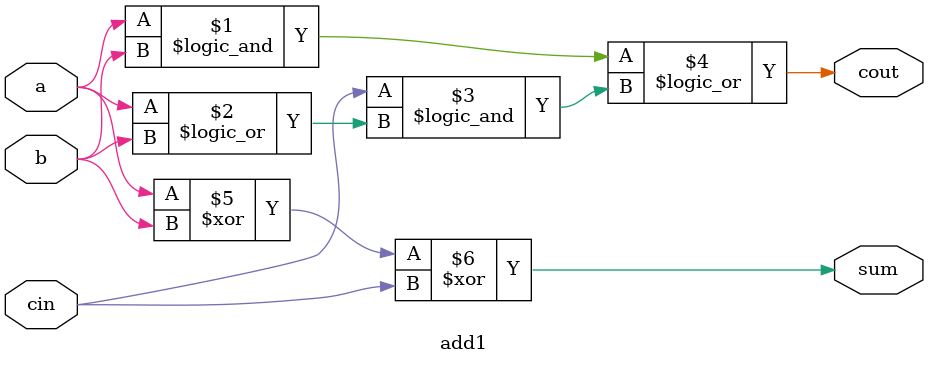
<source format=v>
module top_module (
    input [31:0] a,
    input [31:0] b,
    output [31:0] sum
);//
    wire carry0;
    wire [15:0] sum0, sum1;
    add16 a0(.a(a[15:0]), .b(b[15:0]), .cin(0), .cout(carry0), .sum(sum0));
    add16 a1(.a(a[31:16]), .b(b[31:16]), .cin(carry0), .cout(), .sum(sum1));
    assign sum = {sum1, sum0};
endmodule

module add1 ( input a, input b, input cin,   output sum, output cout );
    assign cout = (a && b) || (cin && (a || b));
    assign sum = a ^ b ^ cin;
endmodule

</source>
